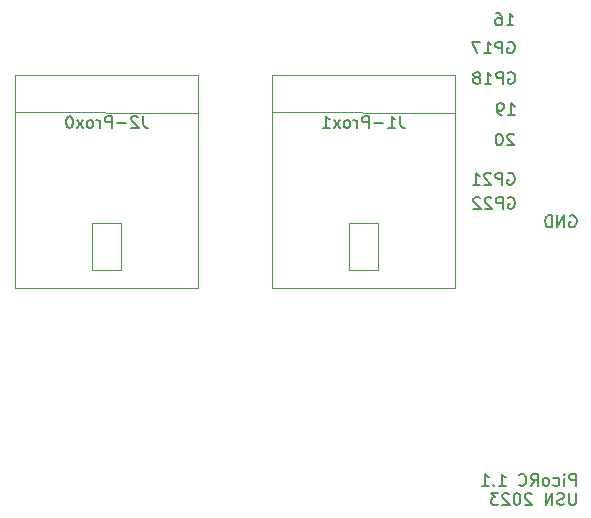
<source format=gbr>
%TF.GenerationSoftware,KiCad,Pcbnew,7.0.1*%
%TF.CreationDate,2023-07-17T09:13:53+02:00*%
%TF.ProjectId,gemma20Pico,67656d6d-6132-4305-9069-636f2e6b6963,rev?*%
%TF.SameCoordinates,Original*%
%TF.FileFunction,Legend,Bot*%
%TF.FilePolarity,Positive*%
%FSLAX46Y46*%
G04 Gerber Fmt 4.6, Leading zero omitted, Abs format (unit mm)*
G04 Created by KiCad (PCBNEW 7.0.1) date 2023-07-17 09:13:53*
%MOMM*%
%LPD*%
G01*
G04 APERTURE LIST*
%ADD10C,0.150000*%
%ADD11C,0.100000*%
G04 APERTURE END LIST*
D10*
X148238095Y-99925238D02*
X148333333Y-99877619D01*
X148333333Y-99877619D02*
X148476190Y-99877619D01*
X148476190Y-99877619D02*
X148619047Y-99925238D01*
X148619047Y-99925238D02*
X148714285Y-100020476D01*
X148714285Y-100020476D02*
X148761904Y-100115714D01*
X148761904Y-100115714D02*
X148809523Y-100306190D01*
X148809523Y-100306190D02*
X148809523Y-100449047D01*
X148809523Y-100449047D02*
X148761904Y-100639523D01*
X148761904Y-100639523D02*
X148714285Y-100734761D01*
X148714285Y-100734761D02*
X148619047Y-100830000D01*
X148619047Y-100830000D02*
X148476190Y-100877619D01*
X148476190Y-100877619D02*
X148380952Y-100877619D01*
X148380952Y-100877619D02*
X148238095Y-100830000D01*
X148238095Y-100830000D02*
X148190476Y-100782380D01*
X148190476Y-100782380D02*
X148190476Y-100449047D01*
X148190476Y-100449047D02*
X148380952Y-100449047D01*
X147761904Y-100877619D02*
X147761904Y-99877619D01*
X147761904Y-99877619D02*
X147190476Y-100877619D01*
X147190476Y-100877619D02*
X147190476Y-99877619D01*
X146714285Y-100877619D02*
X146714285Y-99877619D01*
X146714285Y-99877619D02*
X146476190Y-99877619D01*
X146476190Y-99877619D02*
X146333333Y-99925238D01*
X146333333Y-99925238D02*
X146238095Y-100020476D01*
X146238095Y-100020476D02*
X146190476Y-100115714D01*
X146190476Y-100115714D02*
X146142857Y-100306190D01*
X146142857Y-100306190D02*
X146142857Y-100449047D01*
X146142857Y-100449047D02*
X146190476Y-100639523D01*
X146190476Y-100639523D02*
X146238095Y-100734761D01*
X146238095Y-100734761D02*
X146333333Y-100830000D01*
X146333333Y-100830000D02*
X146476190Y-100877619D01*
X146476190Y-100877619D02*
X146714285Y-100877619D01*
X143499523Y-93052857D02*
X143451904Y-93005238D01*
X143451904Y-93005238D02*
X143356666Y-92957619D01*
X143356666Y-92957619D02*
X143118571Y-92957619D01*
X143118571Y-92957619D02*
X143023333Y-93005238D01*
X143023333Y-93005238D02*
X142975714Y-93052857D01*
X142975714Y-93052857D02*
X142928095Y-93148095D01*
X142928095Y-93148095D02*
X142928095Y-93243333D01*
X142928095Y-93243333D02*
X142975714Y-93386190D01*
X142975714Y-93386190D02*
X143547142Y-93957619D01*
X143547142Y-93957619D02*
X142928095Y-93957619D01*
X142309047Y-92957619D02*
X142213809Y-92957619D01*
X142213809Y-92957619D02*
X142118571Y-93005238D01*
X142118571Y-93005238D02*
X142070952Y-93052857D01*
X142070952Y-93052857D02*
X142023333Y-93148095D01*
X142023333Y-93148095D02*
X141975714Y-93338571D01*
X141975714Y-93338571D02*
X141975714Y-93576666D01*
X141975714Y-93576666D02*
X142023333Y-93767142D01*
X142023333Y-93767142D02*
X142070952Y-93862380D01*
X142070952Y-93862380D02*
X142118571Y-93910000D01*
X142118571Y-93910000D02*
X142213809Y-93957619D01*
X142213809Y-93957619D02*
X142309047Y-93957619D01*
X142309047Y-93957619D02*
X142404285Y-93910000D01*
X142404285Y-93910000D02*
X142451904Y-93862380D01*
X142451904Y-93862380D02*
X142499523Y-93767142D01*
X142499523Y-93767142D02*
X142547142Y-93576666D01*
X142547142Y-93576666D02*
X142547142Y-93338571D01*
X142547142Y-93338571D02*
X142499523Y-93148095D01*
X142499523Y-93148095D02*
X142451904Y-93052857D01*
X142451904Y-93052857D02*
X142404285Y-93005238D01*
X142404285Y-93005238D02*
X142309047Y-92957619D01*
X143018095Y-91377619D02*
X143589523Y-91377619D01*
X143303809Y-91377619D02*
X143303809Y-90377619D01*
X143303809Y-90377619D02*
X143399047Y-90520476D01*
X143399047Y-90520476D02*
X143494285Y-90615714D01*
X143494285Y-90615714D02*
X143589523Y-90663333D01*
X142541904Y-91377619D02*
X142351428Y-91377619D01*
X142351428Y-91377619D02*
X142256190Y-91330000D01*
X142256190Y-91330000D02*
X142208571Y-91282380D01*
X142208571Y-91282380D02*
X142113333Y-91139523D01*
X142113333Y-91139523D02*
X142065714Y-90949047D01*
X142065714Y-90949047D02*
X142065714Y-90568095D01*
X142065714Y-90568095D02*
X142113333Y-90472857D01*
X142113333Y-90472857D02*
X142160952Y-90425238D01*
X142160952Y-90425238D02*
X142256190Y-90377619D01*
X142256190Y-90377619D02*
X142446666Y-90377619D01*
X142446666Y-90377619D02*
X142541904Y-90425238D01*
X142541904Y-90425238D02*
X142589523Y-90472857D01*
X142589523Y-90472857D02*
X142637142Y-90568095D01*
X142637142Y-90568095D02*
X142637142Y-90806190D01*
X142637142Y-90806190D02*
X142589523Y-90901428D01*
X142589523Y-90901428D02*
X142541904Y-90949047D01*
X142541904Y-90949047D02*
X142446666Y-90996666D01*
X142446666Y-90996666D02*
X142256190Y-90996666D01*
X142256190Y-90996666D02*
X142160952Y-90949047D01*
X142160952Y-90949047D02*
X142113333Y-90901428D01*
X142113333Y-90901428D02*
X142065714Y-90806190D01*
X142988095Y-96315238D02*
X143083333Y-96267619D01*
X143083333Y-96267619D02*
X143226190Y-96267619D01*
X143226190Y-96267619D02*
X143369047Y-96315238D01*
X143369047Y-96315238D02*
X143464285Y-96410476D01*
X143464285Y-96410476D02*
X143511904Y-96505714D01*
X143511904Y-96505714D02*
X143559523Y-96696190D01*
X143559523Y-96696190D02*
X143559523Y-96839047D01*
X143559523Y-96839047D02*
X143511904Y-97029523D01*
X143511904Y-97029523D02*
X143464285Y-97124761D01*
X143464285Y-97124761D02*
X143369047Y-97220000D01*
X143369047Y-97220000D02*
X143226190Y-97267619D01*
X143226190Y-97267619D02*
X143130952Y-97267619D01*
X143130952Y-97267619D02*
X142988095Y-97220000D01*
X142988095Y-97220000D02*
X142940476Y-97172380D01*
X142940476Y-97172380D02*
X142940476Y-96839047D01*
X142940476Y-96839047D02*
X143130952Y-96839047D01*
X142511904Y-97267619D02*
X142511904Y-96267619D01*
X142511904Y-96267619D02*
X142130952Y-96267619D01*
X142130952Y-96267619D02*
X142035714Y-96315238D01*
X142035714Y-96315238D02*
X141988095Y-96362857D01*
X141988095Y-96362857D02*
X141940476Y-96458095D01*
X141940476Y-96458095D02*
X141940476Y-96600952D01*
X141940476Y-96600952D02*
X141988095Y-96696190D01*
X141988095Y-96696190D02*
X142035714Y-96743809D01*
X142035714Y-96743809D02*
X142130952Y-96791428D01*
X142130952Y-96791428D02*
X142511904Y-96791428D01*
X141559523Y-96362857D02*
X141511904Y-96315238D01*
X141511904Y-96315238D02*
X141416666Y-96267619D01*
X141416666Y-96267619D02*
X141178571Y-96267619D01*
X141178571Y-96267619D02*
X141083333Y-96315238D01*
X141083333Y-96315238D02*
X141035714Y-96362857D01*
X141035714Y-96362857D02*
X140988095Y-96458095D01*
X140988095Y-96458095D02*
X140988095Y-96553333D01*
X140988095Y-96553333D02*
X141035714Y-96696190D01*
X141035714Y-96696190D02*
X141607142Y-97267619D01*
X141607142Y-97267619D02*
X140988095Y-97267619D01*
X140035714Y-97267619D02*
X140607142Y-97267619D01*
X140321428Y-97267619D02*
X140321428Y-96267619D01*
X140321428Y-96267619D02*
X140416666Y-96410476D01*
X140416666Y-96410476D02*
X140511904Y-96505714D01*
X140511904Y-96505714D02*
X140607142Y-96553333D01*
X143028095Y-98385238D02*
X143123333Y-98337619D01*
X143123333Y-98337619D02*
X143266190Y-98337619D01*
X143266190Y-98337619D02*
X143409047Y-98385238D01*
X143409047Y-98385238D02*
X143504285Y-98480476D01*
X143504285Y-98480476D02*
X143551904Y-98575714D01*
X143551904Y-98575714D02*
X143599523Y-98766190D01*
X143599523Y-98766190D02*
X143599523Y-98909047D01*
X143599523Y-98909047D02*
X143551904Y-99099523D01*
X143551904Y-99099523D02*
X143504285Y-99194761D01*
X143504285Y-99194761D02*
X143409047Y-99290000D01*
X143409047Y-99290000D02*
X143266190Y-99337619D01*
X143266190Y-99337619D02*
X143170952Y-99337619D01*
X143170952Y-99337619D02*
X143028095Y-99290000D01*
X143028095Y-99290000D02*
X142980476Y-99242380D01*
X142980476Y-99242380D02*
X142980476Y-98909047D01*
X142980476Y-98909047D02*
X143170952Y-98909047D01*
X142551904Y-99337619D02*
X142551904Y-98337619D01*
X142551904Y-98337619D02*
X142170952Y-98337619D01*
X142170952Y-98337619D02*
X142075714Y-98385238D01*
X142075714Y-98385238D02*
X142028095Y-98432857D01*
X142028095Y-98432857D02*
X141980476Y-98528095D01*
X141980476Y-98528095D02*
X141980476Y-98670952D01*
X141980476Y-98670952D02*
X142028095Y-98766190D01*
X142028095Y-98766190D02*
X142075714Y-98813809D01*
X142075714Y-98813809D02*
X142170952Y-98861428D01*
X142170952Y-98861428D02*
X142551904Y-98861428D01*
X141599523Y-98432857D02*
X141551904Y-98385238D01*
X141551904Y-98385238D02*
X141456666Y-98337619D01*
X141456666Y-98337619D02*
X141218571Y-98337619D01*
X141218571Y-98337619D02*
X141123333Y-98385238D01*
X141123333Y-98385238D02*
X141075714Y-98432857D01*
X141075714Y-98432857D02*
X141028095Y-98528095D01*
X141028095Y-98528095D02*
X141028095Y-98623333D01*
X141028095Y-98623333D02*
X141075714Y-98766190D01*
X141075714Y-98766190D02*
X141647142Y-99337619D01*
X141647142Y-99337619D02*
X141028095Y-99337619D01*
X140647142Y-98432857D02*
X140599523Y-98385238D01*
X140599523Y-98385238D02*
X140504285Y-98337619D01*
X140504285Y-98337619D02*
X140266190Y-98337619D01*
X140266190Y-98337619D02*
X140170952Y-98385238D01*
X140170952Y-98385238D02*
X140123333Y-98432857D01*
X140123333Y-98432857D02*
X140075714Y-98528095D01*
X140075714Y-98528095D02*
X140075714Y-98623333D01*
X140075714Y-98623333D02*
X140123333Y-98766190D01*
X140123333Y-98766190D02*
X140694761Y-99337619D01*
X140694761Y-99337619D02*
X140075714Y-99337619D01*
X143038095Y-87795238D02*
X143133333Y-87747619D01*
X143133333Y-87747619D02*
X143276190Y-87747619D01*
X143276190Y-87747619D02*
X143419047Y-87795238D01*
X143419047Y-87795238D02*
X143514285Y-87890476D01*
X143514285Y-87890476D02*
X143561904Y-87985714D01*
X143561904Y-87985714D02*
X143609523Y-88176190D01*
X143609523Y-88176190D02*
X143609523Y-88319047D01*
X143609523Y-88319047D02*
X143561904Y-88509523D01*
X143561904Y-88509523D02*
X143514285Y-88604761D01*
X143514285Y-88604761D02*
X143419047Y-88700000D01*
X143419047Y-88700000D02*
X143276190Y-88747619D01*
X143276190Y-88747619D02*
X143180952Y-88747619D01*
X143180952Y-88747619D02*
X143038095Y-88700000D01*
X143038095Y-88700000D02*
X142990476Y-88652380D01*
X142990476Y-88652380D02*
X142990476Y-88319047D01*
X142990476Y-88319047D02*
X143180952Y-88319047D01*
X142561904Y-88747619D02*
X142561904Y-87747619D01*
X142561904Y-87747619D02*
X142180952Y-87747619D01*
X142180952Y-87747619D02*
X142085714Y-87795238D01*
X142085714Y-87795238D02*
X142038095Y-87842857D01*
X142038095Y-87842857D02*
X141990476Y-87938095D01*
X141990476Y-87938095D02*
X141990476Y-88080952D01*
X141990476Y-88080952D02*
X142038095Y-88176190D01*
X142038095Y-88176190D02*
X142085714Y-88223809D01*
X142085714Y-88223809D02*
X142180952Y-88271428D01*
X142180952Y-88271428D02*
X142561904Y-88271428D01*
X141038095Y-88747619D02*
X141609523Y-88747619D01*
X141323809Y-88747619D02*
X141323809Y-87747619D01*
X141323809Y-87747619D02*
X141419047Y-87890476D01*
X141419047Y-87890476D02*
X141514285Y-87985714D01*
X141514285Y-87985714D02*
X141609523Y-88033333D01*
X140466666Y-88176190D02*
X140561904Y-88128571D01*
X140561904Y-88128571D02*
X140609523Y-88080952D01*
X140609523Y-88080952D02*
X140657142Y-87985714D01*
X140657142Y-87985714D02*
X140657142Y-87938095D01*
X140657142Y-87938095D02*
X140609523Y-87842857D01*
X140609523Y-87842857D02*
X140561904Y-87795238D01*
X140561904Y-87795238D02*
X140466666Y-87747619D01*
X140466666Y-87747619D02*
X140276190Y-87747619D01*
X140276190Y-87747619D02*
X140180952Y-87795238D01*
X140180952Y-87795238D02*
X140133333Y-87842857D01*
X140133333Y-87842857D02*
X140085714Y-87938095D01*
X140085714Y-87938095D02*
X140085714Y-87985714D01*
X140085714Y-87985714D02*
X140133333Y-88080952D01*
X140133333Y-88080952D02*
X140180952Y-88128571D01*
X140180952Y-88128571D02*
X140276190Y-88176190D01*
X140276190Y-88176190D02*
X140466666Y-88176190D01*
X140466666Y-88176190D02*
X140561904Y-88223809D01*
X140561904Y-88223809D02*
X140609523Y-88271428D01*
X140609523Y-88271428D02*
X140657142Y-88366666D01*
X140657142Y-88366666D02*
X140657142Y-88557142D01*
X140657142Y-88557142D02*
X140609523Y-88652380D01*
X140609523Y-88652380D02*
X140561904Y-88700000D01*
X140561904Y-88700000D02*
X140466666Y-88747619D01*
X140466666Y-88747619D02*
X140276190Y-88747619D01*
X140276190Y-88747619D02*
X140180952Y-88700000D01*
X140180952Y-88700000D02*
X140133333Y-88652380D01*
X140133333Y-88652380D02*
X140085714Y-88557142D01*
X140085714Y-88557142D02*
X140085714Y-88366666D01*
X140085714Y-88366666D02*
X140133333Y-88271428D01*
X140133333Y-88271428D02*
X140180952Y-88223809D01*
X140180952Y-88223809D02*
X140276190Y-88176190D01*
X142988095Y-85215238D02*
X143083333Y-85167619D01*
X143083333Y-85167619D02*
X143226190Y-85167619D01*
X143226190Y-85167619D02*
X143369047Y-85215238D01*
X143369047Y-85215238D02*
X143464285Y-85310476D01*
X143464285Y-85310476D02*
X143511904Y-85405714D01*
X143511904Y-85405714D02*
X143559523Y-85596190D01*
X143559523Y-85596190D02*
X143559523Y-85739047D01*
X143559523Y-85739047D02*
X143511904Y-85929523D01*
X143511904Y-85929523D02*
X143464285Y-86024761D01*
X143464285Y-86024761D02*
X143369047Y-86120000D01*
X143369047Y-86120000D02*
X143226190Y-86167619D01*
X143226190Y-86167619D02*
X143130952Y-86167619D01*
X143130952Y-86167619D02*
X142988095Y-86120000D01*
X142988095Y-86120000D02*
X142940476Y-86072380D01*
X142940476Y-86072380D02*
X142940476Y-85739047D01*
X142940476Y-85739047D02*
X143130952Y-85739047D01*
X142511904Y-86167619D02*
X142511904Y-85167619D01*
X142511904Y-85167619D02*
X142130952Y-85167619D01*
X142130952Y-85167619D02*
X142035714Y-85215238D01*
X142035714Y-85215238D02*
X141988095Y-85262857D01*
X141988095Y-85262857D02*
X141940476Y-85358095D01*
X141940476Y-85358095D02*
X141940476Y-85500952D01*
X141940476Y-85500952D02*
X141988095Y-85596190D01*
X141988095Y-85596190D02*
X142035714Y-85643809D01*
X142035714Y-85643809D02*
X142130952Y-85691428D01*
X142130952Y-85691428D02*
X142511904Y-85691428D01*
X140988095Y-86167619D02*
X141559523Y-86167619D01*
X141273809Y-86167619D02*
X141273809Y-85167619D01*
X141273809Y-85167619D02*
X141369047Y-85310476D01*
X141369047Y-85310476D02*
X141464285Y-85405714D01*
X141464285Y-85405714D02*
X141559523Y-85453333D01*
X140654761Y-85167619D02*
X139988095Y-85167619D01*
X139988095Y-85167619D02*
X140416666Y-86167619D01*
X142888095Y-83777619D02*
X143459523Y-83777619D01*
X143173809Y-83777619D02*
X143173809Y-82777619D01*
X143173809Y-82777619D02*
X143269047Y-82920476D01*
X143269047Y-82920476D02*
X143364285Y-83015714D01*
X143364285Y-83015714D02*
X143459523Y-83063333D01*
X142030952Y-82777619D02*
X142221428Y-82777619D01*
X142221428Y-82777619D02*
X142316666Y-82825238D01*
X142316666Y-82825238D02*
X142364285Y-82872857D01*
X142364285Y-82872857D02*
X142459523Y-83015714D01*
X142459523Y-83015714D02*
X142507142Y-83206190D01*
X142507142Y-83206190D02*
X142507142Y-83587142D01*
X142507142Y-83587142D02*
X142459523Y-83682380D01*
X142459523Y-83682380D02*
X142411904Y-83730000D01*
X142411904Y-83730000D02*
X142316666Y-83777619D01*
X142316666Y-83777619D02*
X142126190Y-83777619D01*
X142126190Y-83777619D02*
X142030952Y-83730000D01*
X142030952Y-83730000D02*
X141983333Y-83682380D01*
X141983333Y-83682380D02*
X141935714Y-83587142D01*
X141935714Y-83587142D02*
X141935714Y-83349047D01*
X141935714Y-83349047D02*
X141983333Y-83253809D01*
X141983333Y-83253809D02*
X142030952Y-83206190D01*
X142030952Y-83206190D02*
X142126190Y-83158571D01*
X142126190Y-83158571D02*
X142316666Y-83158571D01*
X142316666Y-83158571D02*
X142411904Y-83206190D01*
X142411904Y-83206190D02*
X142459523Y-83253809D01*
X142459523Y-83253809D02*
X142507142Y-83349047D01*
X148761904Y-122757619D02*
X148761904Y-121757619D01*
X148761904Y-121757619D02*
X148380952Y-121757619D01*
X148380952Y-121757619D02*
X148285714Y-121805238D01*
X148285714Y-121805238D02*
X148238095Y-121852857D01*
X148238095Y-121852857D02*
X148190476Y-121948095D01*
X148190476Y-121948095D02*
X148190476Y-122090952D01*
X148190476Y-122090952D02*
X148238095Y-122186190D01*
X148238095Y-122186190D02*
X148285714Y-122233809D01*
X148285714Y-122233809D02*
X148380952Y-122281428D01*
X148380952Y-122281428D02*
X148761904Y-122281428D01*
X147761904Y-122757619D02*
X147761904Y-122090952D01*
X147761904Y-121757619D02*
X147809523Y-121805238D01*
X147809523Y-121805238D02*
X147761904Y-121852857D01*
X147761904Y-121852857D02*
X147714285Y-121805238D01*
X147714285Y-121805238D02*
X147761904Y-121757619D01*
X147761904Y-121757619D02*
X147761904Y-121852857D01*
X146857143Y-122710000D02*
X146952381Y-122757619D01*
X146952381Y-122757619D02*
X147142857Y-122757619D01*
X147142857Y-122757619D02*
X147238095Y-122710000D01*
X147238095Y-122710000D02*
X147285714Y-122662380D01*
X147285714Y-122662380D02*
X147333333Y-122567142D01*
X147333333Y-122567142D02*
X147333333Y-122281428D01*
X147333333Y-122281428D02*
X147285714Y-122186190D01*
X147285714Y-122186190D02*
X147238095Y-122138571D01*
X147238095Y-122138571D02*
X147142857Y-122090952D01*
X147142857Y-122090952D02*
X146952381Y-122090952D01*
X146952381Y-122090952D02*
X146857143Y-122138571D01*
X146285714Y-122757619D02*
X146380952Y-122710000D01*
X146380952Y-122710000D02*
X146428571Y-122662380D01*
X146428571Y-122662380D02*
X146476190Y-122567142D01*
X146476190Y-122567142D02*
X146476190Y-122281428D01*
X146476190Y-122281428D02*
X146428571Y-122186190D01*
X146428571Y-122186190D02*
X146380952Y-122138571D01*
X146380952Y-122138571D02*
X146285714Y-122090952D01*
X146285714Y-122090952D02*
X146142857Y-122090952D01*
X146142857Y-122090952D02*
X146047619Y-122138571D01*
X146047619Y-122138571D02*
X146000000Y-122186190D01*
X146000000Y-122186190D02*
X145952381Y-122281428D01*
X145952381Y-122281428D02*
X145952381Y-122567142D01*
X145952381Y-122567142D02*
X146000000Y-122662380D01*
X146000000Y-122662380D02*
X146047619Y-122710000D01*
X146047619Y-122710000D02*
X146142857Y-122757619D01*
X146142857Y-122757619D02*
X146285714Y-122757619D01*
X144952381Y-122757619D02*
X145285714Y-122281428D01*
X145523809Y-122757619D02*
X145523809Y-121757619D01*
X145523809Y-121757619D02*
X145142857Y-121757619D01*
X145142857Y-121757619D02*
X145047619Y-121805238D01*
X145047619Y-121805238D02*
X145000000Y-121852857D01*
X145000000Y-121852857D02*
X144952381Y-121948095D01*
X144952381Y-121948095D02*
X144952381Y-122090952D01*
X144952381Y-122090952D02*
X145000000Y-122186190D01*
X145000000Y-122186190D02*
X145047619Y-122233809D01*
X145047619Y-122233809D02*
X145142857Y-122281428D01*
X145142857Y-122281428D02*
X145523809Y-122281428D01*
X143952381Y-122662380D02*
X144000000Y-122710000D01*
X144000000Y-122710000D02*
X144142857Y-122757619D01*
X144142857Y-122757619D02*
X144238095Y-122757619D01*
X144238095Y-122757619D02*
X144380952Y-122710000D01*
X144380952Y-122710000D02*
X144476190Y-122614761D01*
X144476190Y-122614761D02*
X144523809Y-122519523D01*
X144523809Y-122519523D02*
X144571428Y-122329047D01*
X144571428Y-122329047D02*
X144571428Y-122186190D01*
X144571428Y-122186190D02*
X144523809Y-121995714D01*
X144523809Y-121995714D02*
X144476190Y-121900476D01*
X144476190Y-121900476D02*
X144380952Y-121805238D01*
X144380952Y-121805238D02*
X144238095Y-121757619D01*
X144238095Y-121757619D02*
X144142857Y-121757619D01*
X144142857Y-121757619D02*
X144000000Y-121805238D01*
X144000000Y-121805238D02*
X143952381Y-121852857D01*
X142238095Y-122757619D02*
X142809523Y-122757619D01*
X142523809Y-122757619D02*
X142523809Y-121757619D01*
X142523809Y-121757619D02*
X142619047Y-121900476D01*
X142619047Y-121900476D02*
X142714285Y-121995714D01*
X142714285Y-121995714D02*
X142809523Y-122043333D01*
X141809523Y-122662380D02*
X141761904Y-122710000D01*
X141761904Y-122710000D02*
X141809523Y-122757619D01*
X141809523Y-122757619D02*
X141857142Y-122710000D01*
X141857142Y-122710000D02*
X141809523Y-122662380D01*
X141809523Y-122662380D02*
X141809523Y-122757619D01*
X140809524Y-122757619D02*
X141380952Y-122757619D01*
X141095238Y-122757619D02*
X141095238Y-121757619D01*
X141095238Y-121757619D02*
X141190476Y-121900476D01*
X141190476Y-121900476D02*
X141285714Y-121995714D01*
X141285714Y-121995714D02*
X141380952Y-122043333D01*
X148761904Y-123377619D02*
X148761904Y-124187142D01*
X148761904Y-124187142D02*
X148714285Y-124282380D01*
X148714285Y-124282380D02*
X148666666Y-124330000D01*
X148666666Y-124330000D02*
X148571428Y-124377619D01*
X148571428Y-124377619D02*
X148380952Y-124377619D01*
X148380952Y-124377619D02*
X148285714Y-124330000D01*
X148285714Y-124330000D02*
X148238095Y-124282380D01*
X148238095Y-124282380D02*
X148190476Y-124187142D01*
X148190476Y-124187142D02*
X148190476Y-123377619D01*
X147761904Y-124330000D02*
X147619047Y-124377619D01*
X147619047Y-124377619D02*
X147380952Y-124377619D01*
X147380952Y-124377619D02*
X147285714Y-124330000D01*
X147285714Y-124330000D02*
X147238095Y-124282380D01*
X147238095Y-124282380D02*
X147190476Y-124187142D01*
X147190476Y-124187142D02*
X147190476Y-124091904D01*
X147190476Y-124091904D02*
X147238095Y-123996666D01*
X147238095Y-123996666D02*
X147285714Y-123949047D01*
X147285714Y-123949047D02*
X147380952Y-123901428D01*
X147380952Y-123901428D02*
X147571428Y-123853809D01*
X147571428Y-123853809D02*
X147666666Y-123806190D01*
X147666666Y-123806190D02*
X147714285Y-123758571D01*
X147714285Y-123758571D02*
X147761904Y-123663333D01*
X147761904Y-123663333D02*
X147761904Y-123568095D01*
X147761904Y-123568095D02*
X147714285Y-123472857D01*
X147714285Y-123472857D02*
X147666666Y-123425238D01*
X147666666Y-123425238D02*
X147571428Y-123377619D01*
X147571428Y-123377619D02*
X147333333Y-123377619D01*
X147333333Y-123377619D02*
X147190476Y-123425238D01*
X146761904Y-124377619D02*
X146761904Y-123377619D01*
X146761904Y-123377619D02*
X146190476Y-124377619D01*
X146190476Y-124377619D02*
X146190476Y-123377619D01*
X144999999Y-123472857D02*
X144952380Y-123425238D01*
X144952380Y-123425238D02*
X144857142Y-123377619D01*
X144857142Y-123377619D02*
X144619047Y-123377619D01*
X144619047Y-123377619D02*
X144523809Y-123425238D01*
X144523809Y-123425238D02*
X144476190Y-123472857D01*
X144476190Y-123472857D02*
X144428571Y-123568095D01*
X144428571Y-123568095D02*
X144428571Y-123663333D01*
X144428571Y-123663333D02*
X144476190Y-123806190D01*
X144476190Y-123806190D02*
X145047618Y-124377619D01*
X145047618Y-124377619D02*
X144428571Y-124377619D01*
X143809523Y-123377619D02*
X143714285Y-123377619D01*
X143714285Y-123377619D02*
X143619047Y-123425238D01*
X143619047Y-123425238D02*
X143571428Y-123472857D01*
X143571428Y-123472857D02*
X143523809Y-123568095D01*
X143523809Y-123568095D02*
X143476190Y-123758571D01*
X143476190Y-123758571D02*
X143476190Y-123996666D01*
X143476190Y-123996666D02*
X143523809Y-124187142D01*
X143523809Y-124187142D02*
X143571428Y-124282380D01*
X143571428Y-124282380D02*
X143619047Y-124330000D01*
X143619047Y-124330000D02*
X143714285Y-124377619D01*
X143714285Y-124377619D02*
X143809523Y-124377619D01*
X143809523Y-124377619D02*
X143904761Y-124330000D01*
X143904761Y-124330000D02*
X143952380Y-124282380D01*
X143952380Y-124282380D02*
X143999999Y-124187142D01*
X143999999Y-124187142D02*
X144047618Y-123996666D01*
X144047618Y-123996666D02*
X144047618Y-123758571D01*
X144047618Y-123758571D02*
X143999999Y-123568095D01*
X143999999Y-123568095D02*
X143952380Y-123472857D01*
X143952380Y-123472857D02*
X143904761Y-123425238D01*
X143904761Y-123425238D02*
X143809523Y-123377619D01*
X143095237Y-123472857D02*
X143047618Y-123425238D01*
X143047618Y-123425238D02*
X142952380Y-123377619D01*
X142952380Y-123377619D02*
X142714285Y-123377619D01*
X142714285Y-123377619D02*
X142619047Y-123425238D01*
X142619047Y-123425238D02*
X142571428Y-123472857D01*
X142571428Y-123472857D02*
X142523809Y-123568095D01*
X142523809Y-123568095D02*
X142523809Y-123663333D01*
X142523809Y-123663333D02*
X142571428Y-123806190D01*
X142571428Y-123806190D02*
X143142856Y-124377619D01*
X143142856Y-124377619D02*
X142523809Y-124377619D01*
X142190475Y-123377619D02*
X141571428Y-123377619D01*
X141571428Y-123377619D02*
X141904761Y-123758571D01*
X141904761Y-123758571D02*
X141761904Y-123758571D01*
X141761904Y-123758571D02*
X141666666Y-123806190D01*
X141666666Y-123806190D02*
X141619047Y-123853809D01*
X141619047Y-123853809D02*
X141571428Y-123949047D01*
X141571428Y-123949047D02*
X141571428Y-124187142D01*
X141571428Y-124187142D02*
X141619047Y-124282380D01*
X141619047Y-124282380D02*
X141666666Y-124330000D01*
X141666666Y-124330000D02*
X141761904Y-124377619D01*
X141761904Y-124377619D02*
X142047618Y-124377619D01*
X142047618Y-124377619D02*
X142142856Y-124330000D01*
X142142856Y-124330000D02*
X142190475Y-124282380D01*
%TO.C,J2-Prox0*%
X112105238Y-91462619D02*
X112105238Y-92176904D01*
X112105238Y-92176904D02*
X112152857Y-92319761D01*
X112152857Y-92319761D02*
X112248095Y-92415000D01*
X112248095Y-92415000D02*
X112390952Y-92462619D01*
X112390952Y-92462619D02*
X112486190Y-92462619D01*
X111676666Y-91557857D02*
X111629047Y-91510238D01*
X111629047Y-91510238D02*
X111533809Y-91462619D01*
X111533809Y-91462619D02*
X111295714Y-91462619D01*
X111295714Y-91462619D02*
X111200476Y-91510238D01*
X111200476Y-91510238D02*
X111152857Y-91557857D01*
X111152857Y-91557857D02*
X111105238Y-91653095D01*
X111105238Y-91653095D02*
X111105238Y-91748333D01*
X111105238Y-91748333D02*
X111152857Y-91891190D01*
X111152857Y-91891190D02*
X111724285Y-92462619D01*
X111724285Y-92462619D02*
X111105238Y-92462619D01*
X110676666Y-92081666D02*
X109914762Y-92081666D01*
X109438571Y-92462619D02*
X109438571Y-91462619D01*
X109438571Y-91462619D02*
X109057619Y-91462619D01*
X109057619Y-91462619D02*
X108962381Y-91510238D01*
X108962381Y-91510238D02*
X108914762Y-91557857D01*
X108914762Y-91557857D02*
X108867143Y-91653095D01*
X108867143Y-91653095D02*
X108867143Y-91795952D01*
X108867143Y-91795952D02*
X108914762Y-91891190D01*
X108914762Y-91891190D02*
X108962381Y-91938809D01*
X108962381Y-91938809D02*
X109057619Y-91986428D01*
X109057619Y-91986428D02*
X109438571Y-91986428D01*
X108438571Y-92462619D02*
X108438571Y-91795952D01*
X108438571Y-91986428D02*
X108390952Y-91891190D01*
X108390952Y-91891190D02*
X108343333Y-91843571D01*
X108343333Y-91843571D02*
X108248095Y-91795952D01*
X108248095Y-91795952D02*
X108152857Y-91795952D01*
X107676666Y-92462619D02*
X107771904Y-92415000D01*
X107771904Y-92415000D02*
X107819523Y-92367380D01*
X107819523Y-92367380D02*
X107867142Y-92272142D01*
X107867142Y-92272142D02*
X107867142Y-91986428D01*
X107867142Y-91986428D02*
X107819523Y-91891190D01*
X107819523Y-91891190D02*
X107771904Y-91843571D01*
X107771904Y-91843571D02*
X107676666Y-91795952D01*
X107676666Y-91795952D02*
X107533809Y-91795952D01*
X107533809Y-91795952D02*
X107438571Y-91843571D01*
X107438571Y-91843571D02*
X107390952Y-91891190D01*
X107390952Y-91891190D02*
X107343333Y-91986428D01*
X107343333Y-91986428D02*
X107343333Y-92272142D01*
X107343333Y-92272142D02*
X107390952Y-92367380D01*
X107390952Y-92367380D02*
X107438571Y-92415000D01*
X107438571Y-92415000D02*
X107533809Y-92462619D01*
X107533809Y-92462619D02*
X107676666Y-92462619D01*
X107009999Y-92462619D02*
X106486190Y-91795952D01*
X107009999Y-91795952D02*
X106486190Y-92462619D01*
X105914761Y-91462619D02*
X105819523Y-91462619D01*
X105819523Y-91462619D02*
X105724285Y-91510238D01*
X105724285Y-91510238D02*
X105676666Y-91557857D01*
X105676666Y-91557857D02*
X105629047Y-91653095D01*
X105629047Y-91653095D02*
X105581428Y-91843571D01*
X105581428Y-91843571D02*
X105581428Y-92081666D01*
X105581428Y-92081666D02*
X105629047Y-92272142D01*
X105629047Y-92272142D02*
X105676666Y-92367380D01*
X105676666Y-92367380D02*
X105724285Y-92415000D01*
X105724285Y-92415000D02*
X105819523Y-92462619D01*
X105819523Y-92462619D02*
X105914761Y-92462619D01*
X105914761Y-92462619D02*
X106009999Y-92415000D01*
X106009999Y-92415000D02*
X106057618Y-92367380D01*
X106057618Y-92367380D02*
X106105237Y-92272142D01*
X106105237Y-92272142D02*
X106152856Y-92081666D01*
X106152856Y-92081666D02*
X106152856Y-91843571D01*
X106152856Y-91843571D02*
X106105237Y-91653095D01*
X106105237Y-91653095D02*
X106057618Y-91557857D01*
X106057618Y-91557857D02*
X106009999Y-91510238D01*
X106009999Y-91510238D02*
X105914761Y-91462619D01*
%TO.C,J1-Prox1*%
X133865238Y-91462619D02*
X133865238Y-92176904D01*
X133865238Y-92176904D02*
X133912857Y-92319761D01*
X133912857Y-92319761D02*
X134008095Y-92415000D01*
X134008095Y-92415000D02*
X134150952Y-92462619D01*
X134150952Y-92462619D02*
X134246190Y-92462619D01*
X132865238Y-92462619D02*
X133436666Y-92462619D01*
X133150952Y-92462619D02*
X133150952Y-91462619D01*
X133150952Y-91462619D02*
X133246190Y-91605476D01*
X133246190Y-91605476D02*
X133341428Y-91700714D01*
X133341428Y-91700714D02*
X133436666Y-91748333D01*
X132436666Y-92081666D02*
X131674762Y-92081666D01*
X131198571Y-92462619D02*
X131198571Y-91462619D01*
X131198571Y-91462619D02*
X130817619Y-91462619D01*
X130817619Y-91462619D02*
X130722381Y-91510238D01*
X130722381Y-91510238D02*
X130674762Y-91557857D01*
X130674762Y-91557857D02*
X130627143Y-91653095D01*
X130627143Y-91653095D02*
X130627143Y-91795952D01*
X130627143Y-91795952D02*
X130674762Y-91891190D01*
X130674762Y-91891190D02*
X130722381Y-91938809D01*
X130722381Y-91938809D02*
X130817619Y-91986428D01*
X130817619Y-91986428D02*
X131198571Y-91986428D01*
X130198571Y-92462619D02*
X130198571Y-91795952D01*
X130198571Y-91986428D02*
X130150952Y-91891190D01*
X130150952Y-91891190D02*
X130103333Y-91843571D01*
X130103333Y-91843571D02*
X130008095Y-91795952D01*
X130008095Y-91795952D02*
X129912857Y-91795952D01*
X129436666Y-92462619D02*
X129531904Y-92415000D01*
X129531904Y-92415000D02*
X129579523Y-92367380D01*
X129579523Y-92367380D02*
X129627142Y-92272142D01*
X129627142Y-92272142D02*
X129627142Y-91986428D01*
X129627142Y-91986428D02*
X129579523Y-91891190D01*
X129579523Y-91891190D02*
X129531904Y-91843571D01*
X129531904Y-91843571D02*
X129436666Y-91795952D01*
X129436666Y-91795952D02*
X129293809Y-91795952D01*
X129293809Y-91795952D02*
X129198571Y-91843571D01*
X129198571Y-91843571D02*
X129150952Y-91891190D01*
X129150952Y-91891190D02*
X129103333Y-91986428D01*
X129103333Y-91986428D02*
X129103333Y-92272142D01*
X129103333Y-92272142D02*
X129150952Y-92367380D01*
X129150952Y-92367380D02*
X129198571Y-92415000D01*
X129198571Y-92415000D02*
X129293809Y-92462619D01*
X129293809Y-92462619D02*
X129436666Y-92462619D01*
X128769999Y-92462619D02*
X128246190Y-91795952D01*
X128769999Y-91795952D02*
X128246190Y-92462619D01*
X127341428Y-92462619D02*
X127912856Y-92462619D01*
X127627142Y-92462619D02*
X127627142Y-91462619D01*
X127627142Y-91462619D02*
X127722380Y-91605476D01*
X127722380Y-91605476D02*
X127817618Y-91700714D01*
X127817618Y-91700714D02*
X127912856Y-91748333D01*
D11*
%TO.C,J2-Prox0*%
X116740000Y-91230000D02*
X101240000Y-91160000D01*
X116760000Y-88000000D02*
X101260000Y-88000000D01*
X101260000Y-88000000D02*
X101260000Y-106000000D01*
X101260000Y-106000000D02*
X116760000Y-106000000D01*
X116760000Y-106000000D02*
X116760000Y-88000000D01*
X110260000Y-100500000D02*
X107760000Y-100500000D01*
X107760000Y-100500000D02*
X107760000Y-104500000D01*
X107760000Y-104500000D02*
X110260000Y-104500000D01*
X110260000Y-104500000D02*
X110260000Y-100500000D01*
%TO.C,J1-Prox1*%
X138500000Y-91230000D02*
X123000000Y-91160000D01*
X138520000Y-88000000D02*
X123020000Y-88000000D01*
X123020000Y-88000000D02*
X123020000Y-106000000D01*
X123020000Y-106000000D02*
X138520000Y-106000000D01*
X138520000Y-106000000D02*
X138520000Y-88000000D01*
X132020000Y-100500000D02*
X129520000Y-100500000D01*
X129520000Y-100500000D02*
X129520000Y-104500000D01*
X129520000Y-104500000D02*
X132020000Y-104500000D01*
X132020000Y-104500000D02*
X132020000Y-100500000D01*
%TD*%
M02*

</source>
